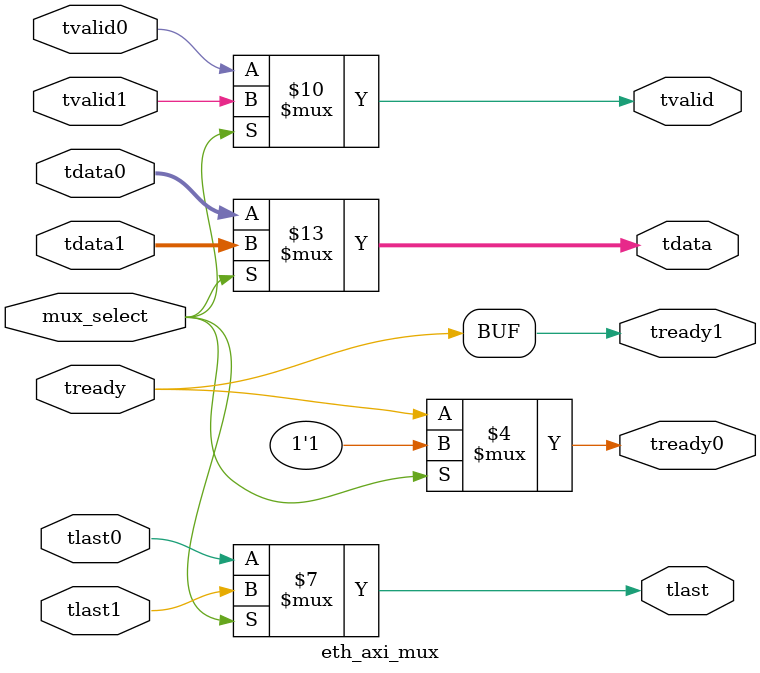
<source format=v>

`timescale 1 ps/1 ps

module eth_axi_mux (
   input                   mux_select,

   // mux inputs
   input       [7:0]       tdata0,
   input                   tvalid0,
   input                   tlast0,
   output reg              tready0,
   
   input       [7:0]       tdata1,
   input                   tvalid1,
   input                   tlast1,
   output reg              tready1,
   
   // mux outputs
   output reg  [7:0]       tdata,
   output reg              tvalid,
   output reg              tlast,
   input                   tready
);

always @(mux_select or tdata0 or tvalid0 or tlast0 or tdata1 or 
         tvalid1 or tlast1)
begin
   if (mux_select) begin //connect tx with patern gen 
      tdata    = tdata1;
      tvalid   = tvalid1;
      tlast    = tlast1;
   end
   else begin
      tdata    = tdata0;
      tvalid   = tvalid0;
      tlast    = tlast0;
   end
end

always @(mux_select or tready)
begin
   if (mux_select) begin
      tready0     = 1'b1;
   end
   else begin
      tready0     = tready;
   end
   tready1     = tready;
end

endmodule

</source>
